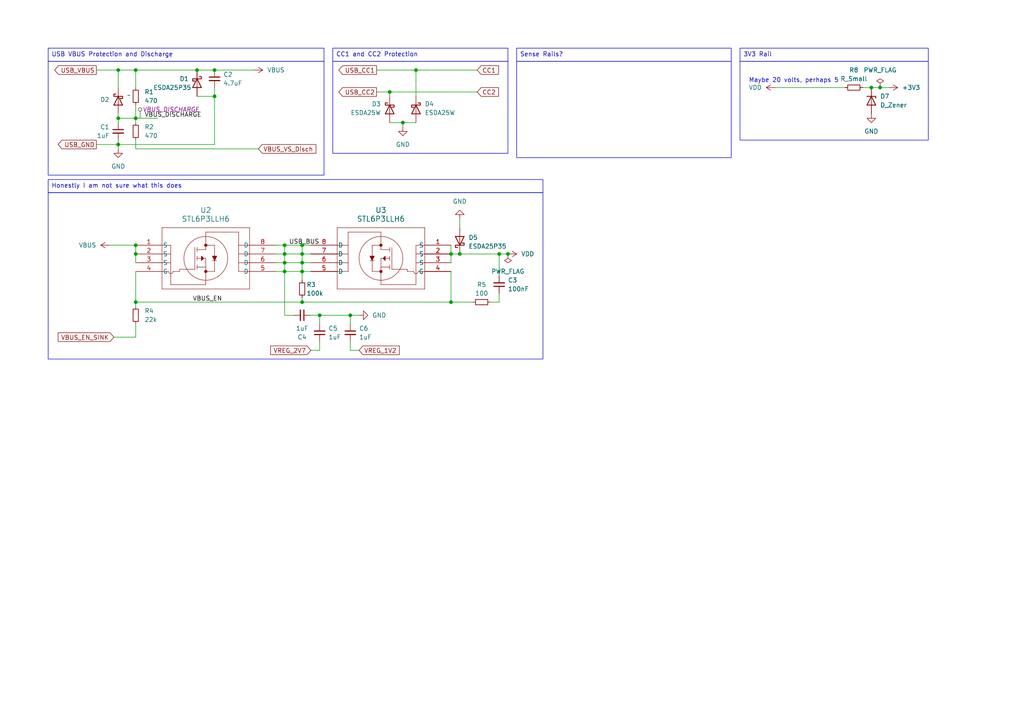
<source format=kicad_sch>
(kicad_sch (version 20231120) (generator "eeschema") (generator_version "8.0")
  (paper "A4")
  (title_block (title "DasLedifier"))
  (lib_symbols
    (symbol "Device:C_Small" (pin_numbers hide) (pin_names (offset 0.254) hide)
      (property "Reference" "C" (at 0.254 1.778 0))
      (property "Value" "C_Small" (at 0.254 -2.032 0))
      (symbol "C_Small_0_1"
        (polyline (pts (xy -1.524 -0.508) (xy 1.524 -0.508)) (stroke (width 0.3302)))
        (polyline (pts (xy -1.524 0.508) (xy 1.524 0.508)) (stroke (width 0.3048)))
      )
      (symbol "C_Small_1_1"
        (pin passive line (at 0 2.54 270) (length 2.032) (name "~") (number "1"))
        (pin passive line (at 0 -2.54 90) (length 2.032) (name "~") (number "2"))
      )
    )
    (symbol "Device:D_Schottky" (pin_numbers hide) (pin_names (offset 1.016) hide)
      (property "Reference" "D" (at 0 2.54 0))
      (property "Value" "D_Schottky" (at 0 -2.54 0))
      (symbol "D_Schottky_0_1"
        (polyline (pts (xy 1.27 0) (xy -1.27 0)))
        (polyline (pts (xy 1.27 1.27) (xy 1.27 -1.27) (xy -1.27 0) (xy 1.27 1.27)) (stroke (width 0.254)))
        (polyline (pts (xy -1.905 0.635) (xy -1.905 1.27) (xy -1.27 1.27) (xy -1.27 -1.27) (xy -0.635 -1.27) (xy -0.635 -0.635)) (stroke (width 0.254)))
      )
      (symbol "D_Schottky_1_1"
        (pin passive line (at -3.81 0 0) (length 2.54) (name "K") (number "1"))
        (pin passive line (at 3.81 0 180) (length 2.54) (name "A") (number "2"))
      )
    )
    (symbol "Device:D_Zener" (pin_numbers hide) (pin_names (offset 1.016) hide)
      (property "Reference" "D" (at 0 2.54 0))
      (property "Value" "D_Zener" (at 0 -2.54 0))
      (symbol "D_Zener_0_1"
        (polyline (pts (xy 1.27 0) (xy -1.27 0)))
        (polyline (pts (xy -1.27 -1.27) (xy -1.27 1.27) (xy -0.762 1.27)) (stroke (width 0.254)))
        (polyline (pts (xy 1.27 -1.27) (xy 1.27 1.27) (xy -1.27 0) (xy 1.27 -1.27)) (stroke (width 0.254)))
      )
      (symbol "D_Zener_1_1"
        (pin passive line (at -3.81 0 0) (length 2.54) (name "K") (number "1"))
        (pin passive line (at 3.81 0 180) (length 2.54) (name "A") (number "2"))
      )
    )
    (symbol "Device:R_Small" (pin_numbers hide) (pin_names (offset 0.254) hide)
      (property "Reference" "R" (at 0.762 0.508 0))
      (property "Value" "R_Small" (at 0.762 -1.016 0))
      (symbol "R_Small_0_1"
        (rectangle (start -0.762 1.778) (end 0.762 -1.778) (stroke (width 0.2032)))
      )
      (symbol "R_Small_1_1"
        (pin passive line (at 0 2.54 270) (length 0.762) (name "~") (number "1"))
        (pin passive line (at 0 -2.54 90) (length 0.762) (name "~") (number "2"))
      )
    )
    (symbol "power:+3V3" (power) (pin_names (offset 0))
      (property "Value" "+3V3" (at 0 3.556 0))
      (symbol "+3V3_0_1"
        (polyline (pts (xy -0.762 1.27) (xy 0 2.54)))
        (polyline (pts (xy 0 0) (xy 0 2.54)))
        (polyline (pts (xy 0 2.54) (xy 0.762 1.27)))
      )
      (symbol "+3V3_1_1"
        (pin power_in line (at 0 0 90) (length 0) hide (name "+3V3") (number "1"))
      )
    )
    (symbol "power:GND" (power) (pin_names (offset 0))
      (property "Value" "GND" (at 0 -3.81 0))
      (symbol "GND_0_1"
        (polyline (pts (xy 0 0) (xy 0 -1.27) (xy 1.27 -1.27) (xy 0 -2.54) (xy -1.27 -1.27) (xy 0 -1.27)))
      )
      (symbol "GND_1_1"
        (pin power_in line (at 0 0 270) (length 0) hide (name "GND") (number "1"))
      )
    )
    (symbol "power:PWR_FLAG" (power) (pin_numbers hide) (pin_names (offset 0) hide)
      (property "Value" "PWR_FLAG" (at 0 3.81 0))
      (symbol "PWR_FLAG_0_0"
        (pin power_out line (at 0 0 90) (length 0) (name "pwr") (number "1"))
      )
      (symbol "PWR_FLAG_0_1"
        (polyline (pts (xy 0 0) (xy 0 1.27) (xy -1.016 1.905) (xy 0 2.54) (xy 1.016 1.905) (xy 0 1.27)))
      )
    )
    (symbol "power:VBUS" (power) (pin_names (offset 0))
      (property "Value" "VBUS" (at 0 3.81 0))
      (symbol "VBUS_0_1"
        (polyline (pts (xy -0.762 1.27) (xy 0 2.54)))
        (polyline (pts (xy 0 0) (xy 0 2.54)))
        (polyline (pts (xy 0 2.54) (xy 0.762 1.27)))
      )
      (symbol "VBUS_1_1"
        (pin power_in line (at 0 0 90) (length 0) hide (name "VBUS") (number "1"))
      )
    )
    (symbol "power:VDD" (power) (pin_names (offset 0))
      (property "Value" "VDD" (at 0 3.81 0))
      (symbol "VDD_0_1"
        (polyline (pts (xy -0.762 1.27) (xy 0 2.54)))
        (polyline (pts (xy 0 0) (xy 0 2.54)))
        (polyline (pts (xy 0 2.54) (xy 0.762 1.27)))
      )
      (symbol "VDD_1_1"
        (pin power_in line (at 0 0 90) (length 0) hide (name "VDD") (number "1"))
      )
    )
    (symbol "whoacares:STL6P3LLH6" (pin_names (offset 0.254))
      (property "Reference" "U" (at 20.32 10.16 0))
      (property "Value" "STL6P3LLH6" (at 20.32 7.62 0))
      (symbol "STL6P3LLH6_0_1"
        (polyline (pts (xy 7.62 -12.7) (xy 33.02 -12.7)) (stroke (width 0.127)))
        (polyline (pts (xy 7.62 -7.62) (xy 9.525 -7.62)) (stroke (width 0.127)))
        (polyline (pts (xy 7.62 -5.08) (xy 10.16 -5.08)) (stroke (width 0.127)))
        (polyline (pts (xy 7.62 -2.54) (xy 10.16 -2.54)) (stroke (width 0.127)))
        (polyline (pts (xy 7.62 0) (xy 10.16 0)) (stroke (width 0.127)))
        (polyline (pts (xy 7.62 5.08) (xy 7.62 -12.7)) (stroke (width 0.127)))
        (polyline (pts (xy 10.16 -11.43) (xy 20.32 -11.43)) (stroke (width 0.127)))
        (polyline (pts (xy 10.16 0) (xy 10.16 -11.43)) (stroke (width 0.127)))
        (polyline (pts (xy 10.795 -7.62) (xy 12.7 -7.62)) (stroke (width 0.127)))
        (polyline (pts (xy 12.7 -7.62) (xy 12.7 -6.985)) (stroke (width 0.127)))
        (polyline (pts (xy 17.145 -6.985) (xy 12.7 -6.985)) (stroke (width 0.127)))
        (polyline (pts (xy 17.145 -6.985) (xy 17.145 -0.635)) (stroke (width 0.127)))
        (polyline (pts (xy 17.78 -6.35) (xy 20.32 -6.35)) (stroke (width 0.127)))
        (polyline (pts (xy 17.78 -5.715) (xy 17.78 -6.985)) (stroke (width 0.127)))
        (polyline (pts (xy 17.78 -3.175) (xy 17.78 -4.445)) (stroke (width 0.127)))
        (polyline (pts (xy 17.78 -1.27) (xy 20.32 -1.27)) (stroke (width 0.127)))
        (polyline (pts (xy 17.78 -0.635) (xy 17.78 -1.905)) (stroke (width 0.127)))
        (polyline (pts (xy 19.05 -3.175) (xy 19.05 -4.445)) (stroke (width 0.127)))
        (polyline (pts (xy 19.685 -3.81) (xy 19.05 -4.445)) (stroke (width 0.127)))
        (polyline (pts (xy 19.685 -3.81) (xy 19.05 -3.175)) (stroke (width 0.127)))
        (polyline (pts (xy 20.32 -11.43) (xy 20.32 -3.81)) (stroke (width 0.127)))
        (polyline (pts (xy 20.32 -7.62) (xy 22.86 -7.62)) (stroke (width 0.127)))
        (polyline (pts (xy 20.32 -3.81) (xy 17.78 -3.81)) (stroke (width 0.127)))
        (polyline (pts (xy 20.32 -1.27) (xy 20.32 3.81)) (stroke (width 0.127)))
        (polyline (pts (xy 20.32 0) (xy 22.86 0)) (stroke (width 0.127)))
        (polyline (pts (xy 20.32 3.81) (xy 29.845 3.81)) (stroke (width 0.127)))
        (polyline (pts (xy 22.86 -7.62) (xy 22.86 0)) (stroke (width 0.127)))
        (polyline (pts (xy 22.86 -4.445) (xy 22.225 -3.175)) (stroke (width 0.127)))
        (polyline (pts (xy 23.495 -4.445) (xy 22.225 -4.445)) (stroke (width 0.127)))
        (polyline (pts (xy 23.495 -3.175) (xy 22.225 -3.175)) (stroke (width 0.127)))
        (polyline (pts (xy 23.495 -3.175) (xy 22.86 -4.445)) (stroke (width 0.127)))
        (polyline (pts (xy 29.845 -7.62) (xy 29.845 3.81)) (stroke (width 0.127)))
        (polyline (pts (xy 29.845 -5.08) (xy 33.02 -5.08)) (stroke (width 0.127)))
        (polyline (pts (xy 29.845 -2.54) (xy 33.02 -2.54)) (stroke (width 0.127)))
        (polyline (pts (xy 29.845 0) (xy 33.02 0)) (stroke (width 0.127)))
        (polyline (pts (xy 33.02 -12.7) (xy 33.02 5.08)) (stroke (width 0.127)))
        (polyline (pts (xy 33.02 -7.62) (xy 29.845 -7.62)) (stroke (width 0.127)))
        (polyline (pts (xy 33.02 5.08) (xy 7.62 5.08)) (stroke (width 0.127)))
        (polyline (pts (xy 19.05 -3.175) (xy 19.685 -3.81) (xy 19.05 -4.445)) (fill (type outline)))
        (polyline (pts (xy 22.225 -3.175) (xy 23.495 -3.175) (xy 22.86 -4.445)) (fill (type outline)))
        (arc (start 9.525 -7.62) (mid 10.16 -8.2523) (end 10.795 -7.62) (stroke (width 0.127)))
        (circle (center 20.32 -7.62) (radius 0.254) (stroke (width 0.381)))
        (circle (center 20.32 -3.81) (radius 6.35) (stroke (width 0.127)))
        (circle (center 20.32 0) (radius 0.254) (stroke (width 0.381)))
        (pin unspecified line (at 0 0 0) (length 7.62) (name "S") (number "1"))
        (pin unspecified line (at 0 -2.54 0) (length 7.62) (name "S") (number "2"))
        (pin unspecified line (at 0 -5.08 0) (length 7.62) (name "S") (number "3"))
        (pin unspecified line (at 0 -7.62 0) (length 7.62) (name "G") (number "4"))
        (pin unspecified line (at 40.64 -7.62 180) (length 7.62) (name "D") (number "5"))
        (pin unspecified line (at 40.64 -5.08 180) (length 7.62) (name "D") (number "6"))
        (pin unspecified line (at 40.64 -2.54 180) (length 7.62) (name "D") (number "7"))
        (pin unspecified line (at 40.64 0 180) (length 7.62) (name "D") (number "8"))
      )
    )
  )
  (junction (at 144.78 73.66))
  (junction (at 87.63 71.12))
  (junction (at 87.63 76.2))
  (junction (at 87.63 87.63))
  (junction (at 116.84 35.56))
  (junction (at 82.55 71.12))
  (junction (at 92.71 91.44))
  (junction (at 252.73 25.4))
  (junction (at 82.55 73.66))
  (junction (at 39.37 87.63))
  (junction (at 34.29 34.29))
  (junction (at 130.81 73.66))
  (junction (at 255.27 25.4))
  (junction (at 82.55 78.74))
  (junction (at 39.37 73.66))
  (junction (at 101.6 91.44))
  (junction (at 62.23 27.94))
  (junction (at 39.37 20.32))
  (junction (at 39.37 34.29))
  (junction (at 130.81 87.63))
  (junction (at 87.63 78.74))
  (junction (at 57.15 20.32))
  (junction (at 34.29 20.32))
  (junction (at 62.23 20.32))
  (junction (at 34.29 41.91))
  (junction (at 120.65 20.32))
  (junction (at 133.35 73.66))
  (junction (at 39.37 71.12))
  (junction (at 82.55 76.2))
  (junction (at 113.03 26.67))
  (junction (at 147.32 73.66))
  (junction (at 87.63 73.66))
  (wire (pts (xy 31.75 71.12) (xy 39.37 71.12)))
  (wire (pts (xy 252.73 25.4) (xy 255.27 25.4)))
  (wire (pts (xy 34.29 40.64) (xy 34.29 41.91)))
  (wire (pts (xy 101.6 101.6) (xy 104.14 101.6)))
  (wire (pts (xy 142.24 87.63) (xy 144.78 87.63)))
  (wire (pts (xy 87.63 78.74) (xy 87.63 81.28)))
  (wire (pts (xy 109.22 20.32) (xy 120.65 20.32)))
  (wire (pts (xy 34.29 41.91) (xy 34.29 43.18)))
  (wire (pts (xy 113.03 35.56) (xy 116.84 35.56)))
  (wire (pts (xy 82.55 76.2) (xy 82.55 78.74)))
  (wire (pts (xy 130.81 71.12) (xy 130.81 73.66)))
  (wire (pts (xy 62.23 25.4) (xy 62.23 27.94)))
  (wire (pts (xy 82.55 76.2) (xy 87.63 76.2)))
  (wire (pts (xy 130.81 78.74) (xy 130.81 87.63)))
  (wire (pts (xy 116.84 35.56) (xy 116.84 36.83)))
  (wire (pts (xy 92.71 99.06) (xy 92.71 101.6)))
  (wire (pts (xy 87.63 71.12) (xy 90.17 71.12)))
  (wire (pts (xy 80.01 73.66) (xy 82.55 73.66)))
  (wire (pts (xy 80.01 71.12) (xy 82.55 71.12)))
  (wire (pts (xy 39.37 87.63) (xy 39.37 88.9)))
  (wire (pts (xy 87.63 87.63) (xy 130.81 87.63)))
  (wire (pts (xy 27.94 20.32) (xy 34.29 20.32)))
  (wire (pts (xy 130.81 87.63) (xy 137.16 87.63)))
  (wire (pts (xy 57.15 20.32) (xy 62.23 20.32)))
  (wire (pts (xy 39.37 34.29) (xy 45.72 34.29)))
  (wire (pts (xy 252.73 25.4) (xy 250.19 25.4)))
  (wire (pts (xy 90.17 91.44) (xy 92.71 91.44)))
  (wire (pts (xy 39.37 30.48) (xy 39.37 34.29)))
  (wire (pts (xy 39.37 78.74) (xy 39.37 87.63)))
  (wire (pts (xy 101.6 99.06) (xy 101.6 101.6)))
  (wire (pts (xy 90.17 101.6) (xy 92.71 101.6)))
  (wire (pts (xy 82.55 78.74) (xy 87.63 78.74)))
  (wire (pts (xy 109.22 26.67) (xy 113.03 26.67)))
  (wire (pts (xy 80.01 76.2) (xy 82.55 76.2)))
  (wire (pts (xy 57.15 27.94) (xy 62.23 27.94)))
  (wire (pts (xy 82.55 71.12) (xy 82.55 73.66)))
  (wire (pts (xy 39.37 20.32) (xy 39.37 25.4)))
  (wire (pts (xy 39.37 93.98) (xy 39.37 97.79)))
  (wire (pts (xy 147.32 73.66) (xy 144.78 73.66)))
  (wire (pts (xy 120.65 20.32) (xy 138.43 20.32)))
  (wire (pts (xy 33.02 97.79) (xy 39.37 97.79)))
  (wire (pts (xy 62.23 20.32) (xy 73.66 20.32)))
  (wire (pts (xy 39.37 71.12) (xy 39.37 73.66)))
  (wire (pts (xy 87.63 73.66) (xy 87.63 76.2)))
  (wire (pts (xy 87.63 76.2) (xy 90.17 76.2)))
  (wire (pts (xy 130.81 73.66) (xy 133.35 73.66)))
  (wire (pts (xy 82.55 91.44) (xy 85.09 91.44)))
  (wire (pts (xy 113.03 26.67) (xy 113.03 27.94)))
  (wire (pts (xy 34.29 34.29) (xy 34.29 35.56)))
  (wire (pts (xy 39.37 43.18) (xy 39.37 40.64)))
  (wire (pts (xy 113.03 26.67) (xy 138.43 26.67)))
  (wire (pts (xy 133.35 73.66) (xy 144.78 73.66)))
  (wire (pts (xy 144.78 73.66) (xy 144.78 80.01)))
  (wire (pts (xy 87.63 78.74) (xy 90.17 78.74)))
  (wire (pts (xy 82.55 73.66) (xy 87.63 73.66)))
  (wire (pts (xy 34.29 41.91) (xy 62.23 41.91)))
  (wire (pts (xy 101.6 91.44) (xy 104.14 91.44)))
  (wire (pts (xy 101.6 91.44) (xy 101.6 93.98)))
  (wire (pts (xy 62.23 27.94) (xy 62.23 41.91)))
  (wire (pts (xy 27.94 41.91) (xy 34.29 41.91)))
  (wire (pts (xy 34.29 33.02) (xy 34.29 34.29)))
  (wire (pts (xy 39.37 87.63) (xy 87.63 87.63)))
  (wire (pts (xy 82.55 78.74) (xy 82.55 91.44)))
  (wire (pts (xy 133.35 63.5) (xy 133.35 66.04)))
  (wire (pts (xy 92.71 91.44) (xy 92.71 93.98)))
  (wire (pts (xy 87.63 71.12) (xy 87.63 73.66)))
  (wire (pts (xy 80.01 78.74) (xy 82.55 78.74)))
  (wire (pts (xy 245.11 25.4) (xy 224.79 25.4)))
  (wire (pts (xy 116.84 35.56) (xy 120.65 35.56)))
  (wire (pts (xy 39.37 20.32) (xy 57.15 20.32)))
  (wire (pts (xy 87.63 73.66) (xy 90.17 73.66)))
  (wire (pts (xy 92.71 91.44) (xy 101.6 91.44)))
  (wire (pts (xy 87.63 76.2) (xy 87.63 78.74)))
  (wire (pts (xy 82.55 71.12) (xy 87.63 71.12)))
  (wire (pts (xy 39.37 73.66) (xy 39.37 76.2)))
  (wire (pts (xy 34.29 34.29) (xy 39.37 34.29)))
  (wire (pts (xy 130.81 73.66) (xy 130.81 76.2)))
  (wire (pts (xy 120.65 20.32) (xy 120.65 27.94)))
  (wire (pts (xy 87.63 86.36) (xy 87.63 87.63)))
  (wire (pts (xy 82.55 73.66) (xy 82.55 76.2)))
  (wire (pts (xy 34.29 20.32) (xy 39.37 20.32)))
  (wire (pts (xy 144.78 85.09) (xy 144.78 87.63)))
  (wire (pts (xy 34.29 20.32) (xy 34.29 25.4)))
  (wire (pts (xy 74.93 43.18) (xy 39.37 43.18)))
  (wire (pts (xy 255.27 25.4) (xy 257.81 25.4)))
  (wire (pts (xy 39.37 34.29) (xy 39.37 35.56)))
  (rectangle (start 96.52 17.78) (end 147.32 44.45))
  (rectangle (start 214.63 17.78) (end 269.24 40.64))
  (rectangle (start 13.97 17.78) (end 93.98 50.8))
  (rectangle (start 13.97 55.88) (end 157.48 104.14))
  (rectangle (start 149.86 17.78) (end 212.09 45.72))
  (text_box "USB VBUS Protection and Discharge" (at 13.97 13.97 0) (size 80.01 3.81) (effects (font (size 1.27 1.27)) (justify left top)))
  (text_box "3V3 Rail" (at 214.63 13.97 0) (size 54.61 3.81) (effects (font (size 1.27 1.27)) (justify left top)))
  (text_box "Honestly I am not sure what this does" (at 13.97 52.07 0) (size 143.51 3.81) (effects (font (size 1.27 1.27)) (justify left top)))
  (text_box "CC1 and CC2 Protection" (at 96.52 13.97 0) (size 50.8 3.81) (effects (font (size 1.27 1.27)) (justify left top)))
  (text_box "Sense Rails?" (at 149.86 13.97 0) (size 62.23 3.81) (effects (font (size 1.27 1.27)) (justify left top)))
  (text "Maybe 20 volts, perhaps 5\n" (at 217.17 24.13 0) (effects (font (size 1.27 1.27)) (justify left bottom)))
  (label "USB_BUS" (at 83.82 71.12 0))
  (label "VBUS_EN" (at 55.88 87.63 0))
  (label "VBUS_DISCHARGE" (at 41.91 34.29 0))
  (global_label "VREG_1V2" (shape input) (at 104.14 101.6 0) (property "Intersheetrefs" "${INTERSHEET_REFS}" (effects (hide yes))))
  (global_label "USB_GND" (shape output) (at 27.94 41.91 180) (property "Intersheetrefs" "${INTERSHEET_REFS}" (effects (hide yes))))
  (global_label "CC1" (shape input) (at 138.43 20.32 0) (property "Intersheetrefs" "${INTERSHEET_REFS}" (effects (hide yes))))
  (global_label "VREG_2V7" (shape input) (at 90.17 101.6 180) (property "Intersheetrefs" "${INTERSHEET_REFS}" (effects (hide yes))))
  (global_label "USB_CC1" (shape output) (at 109.22 20.32 180) (property "Intersheetrefs" "${INTERSHEET_REFS}" (effects (hide yes))))
  (global_label "USB_VBUS" (shape output) (at 27.94 20.32 180) (property "Intersheetrefs" "${INTERSHEET_REFS}" (effects (hide yes))))
  (global_label "VBUS_EN_SINK" (shape input) (at 33.02 97.79 180) (property "Intersheetrefs" "${INTERSHEET_REFS}" (effects (hide yes))))
  (global_label "VBUS_VS_Disch" (shape input) (at 74.93 43.18 0) (property "Intersheetrefs" "${INTERSHEET_REFS}" (effects (hide yes))))
  (global_label "USB_CC2" (shape output) (at 109.22 26.67 180) (property "Intersheetrefs" "${INTERSHEET_REFS}" (effects (hide yes))))
  (global_label "CC2" (shape input) (at 138.43 26.67 0) (property "Intersheetrefs" "${INTERSHEET_REFS}" (effects (hide yes))))
  (netclass_flag "" (length 2.54) (shape round) (at 40.64 34.29 0) (property "Netclass" "VBUS_DISCHARGE" (at 41.3385 31.75 0) (effects (font (italic yes)) (justify left))))
  (symbol (lib_id "power:VDD") (at 147.32 73.66 270) (unit 1)
    (property "Reference" "#PWR07" (effects (hide yes)))
    (property "Value" "VDD" (at 151.13 73.66 90) (effects (justify left)))
  )
  (symbol (lib_id "Device:C_Small") (at 34.29 38.1 0) (unit 1)
    (property "Reference" "C1" (at 31.75 36.8363 0) (effects (justify right)))
    (property "Value" "1uF" (at 31.75 39.3763 0) (effects (justify right)))
    (property "Footprint" "Capacitor_SMD:C_0805_2012Metric" (effects (hide yes)))
  )
  (symbol (lib_id "power:GND") (at 34.29 43.18 0) (unit 1)
    (property "Reference" "#PWR02" (effects (hide yes)))
    (property "Value" "GND" (at 34.29 48.26 0))
  )
  (symbol (lib_id "power:VDD") (at 224.79 25.4 90) (unit 1)
    (property "Reference" "#PWR021" (effects (hide yes)))
    (property "Value" "VDD" (at 220.98 25.4 90) (effects (justify left)))
  )
  (symbol (lib_id "Device:D_Schottky") (at 113.03 31.75 90) (mirror x) (unit 1)
    (property "Reference" "D3" (at 110.49 30.1625 90) (effects (justify left)))
    (property "Value" "ESDA25W" (at 110.49 32.7025 90) (effects (justify left)))
    (property "Footprint" "STUSB4500QTR:SOT323-3L_STM" (effects (hide yes)))
  )
  (symbol (lib_id "power:GND") (at 116.84 36.83 0) (unit 1)
    (property "Reference" "#PWR05" (effects (hide yes)))
    (property "Value" "GND" (at 116.84 41.91 0))
  )
  (symbol (lib_id "Device:R_Small") (at 39.37 38.1 0) (unit 1)
    (property "Reference" "R2" (at 41.91 36.83 0) (effects (justify left)))
    (property "Value" "470" (at 41.91 39.37 0) (effects (justify left)))
    (property "Footprint" "Resistor_SMD:R_0805_2012Metric" (effects (hide yes)))
  )
  (symbol (lib_id "Device:D_Schottky") (at 57.15 24.13 270) (unit 1)
    (property "Reference" "D1" (at 52.07 22.86 90) (effects (justify left)))
    (property "Value" "ESDA25P35" (at 44.45 25.4 90) (effects (justify left)))
    (property "Footprint" "STUSB4500QTR:QFN1610_STM" (effects (hide yes)))
  )
  (symbol (lib_id "power:VBUS") (at 73.66 20.32 270) (unit 1)
    (property "Reference" "#PWR04" (effects (hide yes)))
    (property "Value" "VBUS" (at 77.47 20.32 90) (effects (justify left)))
  )
  (symbol (lib_id "Device:C_Small") (at 92.71 96.52 180) (unit 1)
    (property "Reference" "C5" (at 95.25 95.2436 0) (effects (justify right)))
    (property "Value" "1uF" (at 95.25 97.7836 0) (effects (justify right)))
    (property "Footprint" "Capacitor_SMD:C_0805_2012Metric" (effects (hide yes)))
  )
  (symbol (lib_id "Device:D_Schottky") (at 133.35 69.85 90) (unit 1)
    (property "Reference" "D5" (at 135.89 68.8975 90) (effects (justify right)))
    (property "Value" "ESDA25P35" (at 135.89 71.4375 90) (effects (justify right)))
    (property "Footprint" "STUSB4500QTR:QFN1610_STM" (effects (hide yes)))
  )
  (symbol (lib_id "power:GND") (at 133.35 63.5 180) (unit 1)
    (property "Reference" "#PWR08" (effects (hide yes)))
    (property "Value" "GND" (at 133.35 58.42 0))
  )
  (symbol (lib_id "Device:C_Small") (at 101.6 96.52 0) (unit 1)
    (property "Reference" "C6" (at 104.14 95.2563 0) (effects (justify left)))
    (property "Value" "1uF" (at 104.14 97.7963 0) (effects (justify left)))
    (property "Footprint" "Capacitor_SMD:C_0805_2012Metric" (effects (hide yes)))
  )
  (symbol (lib_id "Device:D_Zener") (at 252.73 29.21 270) (unit 1)
    (property "Reference" "D7" (at 255.27 27.94 90) (effects (justify left)))
    (property "Value" "D_Zener" (at 255.27 30.48 90) (effects (justify left)))
    (property "Footprint" "Diode_SMD:D_0805_2012Metric" (effects (hide yes)))
  )
  (symbol (lib_id "Device:R_Small") (at 247.65 25.4 270) (unit 1)
    (property "Reference" "R8" (at 247.65 20.32 90))
    (property "Value" "R_Small" (at 247.65 22.86 90))
    (property "Footprint" "Resistor_SMD:R_0805_2012Metric" (effects (hide yes)))
  )
  (symbol (lib_id "whoacares:STL6P3LLH6") (at 39.37 71.12 0) (unit 1)
    (property "Reference" "U2" (at 59.69 60.96 0) (effects (font (size 1.524 1.524))))
    (property "Value" "STL6P3LLH6" (at 59.69 63.5 0) (effects (font (size 1.524 1.524))))
    (property "Footprint" "STUSB4500QTR:POWERFLAT_3P3X3P3_STM" (effects (hide yes)))
    (property "Datasheet" "STL6P3LLH6" (effects (hide yes)))
  )
  (symbol (lib_id "power:PWR_FLAG") (at 147.32 73.66 180) (unit 1)
    (property "Reference" "#FLG03" (effects (hide yes)))
    (property "Value" "PWR_FLAG" (at 147.32 78.74 0))
  )
  (symbol (lib_id "power:VBUS") (at 31.75 71.12 90) (unit 1)
    (property "Reference" "#PWR06" (effects (hide yes)))
    (property "Value" "VBUS" (at 27.94 71.12 90) (effects (justify left)))
  )
  (symbol (lib_id "Device:D_Schottky") (at 34.29 29.21 90) (mirror x) (unit 1)
    (property "Reference" "D2" (at 31.75 28.8925 90) (effects (justify left)))
    (property "Value" "~" (at 36.83 27.6225 90) (effects (justify right)))
    (property "Footprint" "Diode_SMD:D_0805_2012Metric" (effects (hide yes)))
  )
  (symbol (lib_id "Device:C_Small") (at 144.78 82.55 180) (unit 1)
    (property "Reference" "C3" (at 147.32 81.2736 0) (effects (justify right)))
    (property "Value" "100nF" (at 147.32 83.8136 0) (effects (justify right)))
    (property "Footprint" "Capacitor_SMD:C_0805_2012Metric" (effects (hide yes)))
  )
  (symbol (lib_id "power:GND") (at 252.73 33.02 0) (unit 1)
    (property "Reference" "#PWR022" (effects (hide yes)))
    (property "Value" "GND" (at 252.73 38.1 0))
  )
  (symbol (lib_id "whoacares:STL6P3LLH6") (at 130.81 71.12 0) (mirror y) (unit 1)
    (property "Reference" "U3" (at 110.49 60.96 0) (effects (font (size 1.524 1.524))))
    (property "Value" "STL6P3LLH6" (at 110.49 63.5 0) (effects (font (size 1.524 1.524))))
    (property "Footprint" "STUSB4500QTR:POWERFLAT_3P3X3P3_STM" (effects (hide yes)))
    (property "Datasheet" "STL6P3LLH6" (effects (hide yes)))
  )
  (symbol (lib_id "power:GND") (at 104.14 91.44 90) (unit 1)
    (property "Reference" "#PWR010" (effects (hide yes)))
    (property "Value" "GND" (at 107.95 91.44 90) (effects (justify right)))
  )
  (symbol (lib_id "Device:D_Schottky") (at 120.65 31.75 270) (unit 1)
    (property "Reference" "D4" (at 123.19 30.1625 90) (effects (justify left)))
    (property "Value" "ESDA25W" (at 123.19 32.7025 90) (effects (justify left)))
    (property "Footprint" "STUSB4500QTR:SOT323-3L_STM" (effects (hide yes)))
  )
  (symbol (lib_id "Device:C_Small") (at 87.63 91.44 270) (unit 1)
    (property "Reference" "C4" (at 87.6237 97.79 90))
    (property "Value" "1uF" (at 87.6237 95.25 90))
    (property "Footprint" "Capacitor_SMD:C_0805_2012Metric" (effects (hide yes)))
  )
  (symbol (lib_id "power:+3V3") (at 257.81 25.4 270) (unit 1)
    (property "Reference" "#PWR023" (effects (hide yes)))
    (property "Value" "+3V3" (at 261.62 25.4 90) (effects (justify left)))
  )
  (symbol (lib_id "power:PWR_FLAG") (at 255.27 25.4 0) (unit 1)
    (property "Reference" "#FLG05" (effects (hide yes)))
    (property "Value" "PWR_FLAG" (at 255.27 20.32 0))
  )
  (symbol (lib_id "Device:R_Small") (at 87.63 83.82 0) (unit 1)
    (property "Reference" "R3" (at 88.9 82.55 0) (effects (justify left)))
    (property "Value" "100k" (at 88.9 85.09 0) (effects (justify left)))
    (property "Footprint" "Resistor_SMD:R_0805_2012Metric" (effects (hide yes)))
  )
  (symbol (lib_id "Device:R_Small") (at 39.37 91.44 0) (unit 1)
    (property "Reference" "R4" (at 41.91 90.17 0) (effects (justify left)))
    (property "Value" "22k" (at 41.91 92.71 0) (effects (justify left)))
    (property "Footprint" "Resistor_SMD:R_0805_2012Metric" (effects (hide yes)))
  )
  (symbol (lib_id "Device:R_Small") (at 139.7 87.63 90) (unit 1)
    (property "Reference" "R5" (at 139.7 82.55 90))
    (property "Value" "100" (at 139.7 85.09 90))
    (property "Footprint" "Resistor_SMD:R_0805_2012Metric" (effects (hide yes)))
  )
  (symbol (lib_id "Device:C_Small") (at 62.23 22.86 0) (unit 1)
    (property "Reference" "C2" (at 64.77 21.5963 0) (effects (justify left)))
    (property "Value" "4.7uF" (at 64.77 24.1363 0) (effects (justify left)))
    (property "Footprint" "Capacitor_SMD:C_0805_2012Metric" (effects (hide yes)))
  )
  (symbol (lib_id "Device:R_Small") (at 39.37 27.94 0) (unit 1)
    (property "Reference" "R1" (at 41.91 26.67 0) (effects (justify left)))
    (property "Value" "470" (at 41.91 29.21 0) (effects (justify left)))
    (property "Footprint" "Resistor_SMD:R_0805_2012Metric" (effects (hide yes)))
  )
)
</source>
